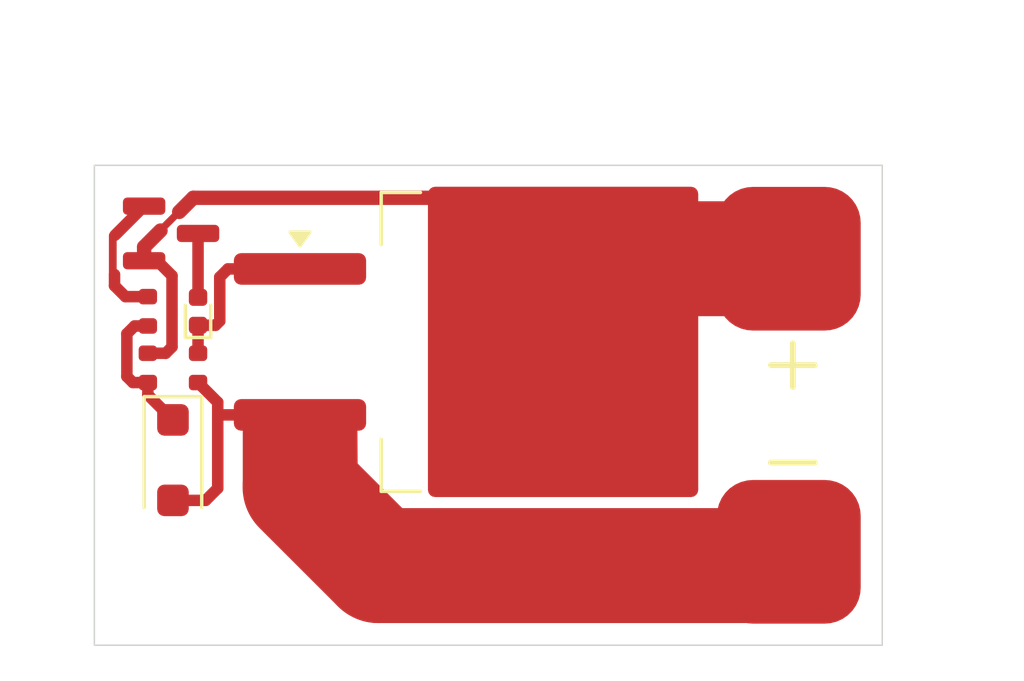
<source format=kicad_pcb>
(kicad_pcb (version 20241229) (generator "pcbnew") (generator_version "9.0")
  (layers (0 "F.Cu" signal) (2 "B.Cu" signal) (13 "F.Paste" user) (15 "B.Paste" user) (5 "F.SilkS" user "F.Silkscreen") (7 "B.SilkS" user "B.Silkscreen") (1 "F.Mask" user) (3 "B.Mask" user) (25 "Edge.Cuts" user))
  (net 0 "")
  (net 1 "Net-(D1-A)")
  (net 2 "Net-(D1-K)")
  (net 3 "Net-(D2-K)")
  (net 4 "Net-(D2-A)")
  (net 5 "Net-(Q1-B)")
  (net 6 "Net-(Q1-E)")
  (footprint "AART11:SolderWirePad_1x01_SMD_5mmx5mm" (layer "F.Cu") (at 149.89 79.1)
    (property "Reference" "TP1")
    (property "Value" "pos")
    (pad "1" smd roundrect (at 0 0) (size 5 5) (layers "F.Cu" "F.Mask" "F.Paste") (net 6 "Net-(Q1-E)"))
  )
  (footprint "AART11:SOT-23.kicad_NoSilkScreen_mod" (layer "F.Cu") (at 128.4075 78.22)
    (property "Reference" "Q1")
    (property "Value" "SS8550")
    (pad "1" smd roundrect (at -0.9375 -0.95) (size 1.475 0.6) (layers "F.Cu" "F.Mask" "F.Paste") (net 5 "Net-(Q1-B)"))
    (pad "2" smd roundrect (at -0.9375 0.95) (size 1.475 0.6) (layers "F.Cu" "F.Mask" "F.Paste") (net 6 "Net-(Q1-E)"))
    (pad "3" smd roundrect (at 0.9375 0) (size 1.475 0.6) (layers "F.Cu" "F.Mask" "F.Paste") (net 1 "Net-(D1-A)"))
  )
  (footprint "AART11:TO-263-2.kicad_ReducedSilkscreen_mod" (layer "F.Cu") (at 140.54 81.995)
    (property "Reference" "Q2")
    (property "Value" "PSMN1R5-30BLE")
    (fp_line (start -4.825 -5.2) (end -4.825 -3.39) (stroke (width 0.12)) (layer "F.SilkS"))
    (fp_line (start -4.825 5.2) (end -4.825 3.39) (stroke (width 0.12)) (layer "F.SilkS"))
    (fp_line (start -3.46 -5.2) (end -4.825 -5.2) (stroke (width 0.12)) (layer "F.SilkS"))
    (fp_line (start -3.46 5.2) (end -4.825 5.2) (stroke (width 0.12)) (layer "F.SilkS"))
    (fp_poly (pts (xy -7.65 -3.35) (xy -7.99 -3.82) (xy -7.31 -3.82)) (stroke (width 0.12)) (fill yes) (layer "F.SilkS"))
    (pad "1" smd roundrect (at -7.65 -2.54) (size 4.6 1.1) (layers "F.Cu" "F.Mask" "F.Paste") (roundrect_rratio 0.227273) (net 2 "Net-(D1-K)"))
    (pad "2" smd roundrect (at 1.5 0) (size 9.4 10.8) (layers "F.Cu" "F.Mask") (roundrect_rratio 0.026596) (net 6 "Net-(Q1-E)"))
    (pad "3" smd roundrect (at -7.65 2.54) (size 4.6 1.1) (layers "F.Cu" "F.Mask" "F.Paste") (roundrect_rratio 0.227273) (net 4 "Net-(D2-A)"))
  )
  (footprint "AART11:SolderWirePad_1x01_SMD_5mmx5mm" (layer "F.Cu") (at 149.89 89.3)
    (property "Reference" "TP2")
    (property "Value" "neg")
    (pad "1" smd roundrect (at 0 0) (size 5 5) (layers "F.Cu" "F.Mask" "F.Paste") (net 4 "Net-(D2-A)"))
  )
  (footprint "AART11:R_0402_1005Metric_NoSilkScreen" (layer "F.Cu") (at 127.6 82.9 -90)
    (property "Reference" "R1")
    (property "Value" "1k5")
    (pad "1" smd roundrect (at -0.51 0 270) (size 0.54 0.64) (layers "F.Cu" "F.Mask" "F.Paste") (net 6 "Net-(Q1-E)"))
    (pad "2" smd roundrect (at 0.51 0 270) (size 0.54 0.64) (layers "F.Cu" "F.Mask" "F.Paste") (net 3 "Net-(D2-K)"))
  )
  (footprint "MountingHole:ToolingHole_1.152mm" (layer "F.Cu") (at 151.94 84.2)
    (property "Reference" "H2" (hide yes))
    (property "Value" "ToolingHole")
    (pad "" np_thru_hole circle (at 0 0) (size 1.152 1.152) (drill 1.152) (layers "*.Cu" "*.Mask"))
    (zone (net 0) (net_name "") (layers "F.Cu" "B.Cu") (connect_pads (clearance 0)) (min_thickness 0.25)
      (keepout (tracks not_allowed) (vias allowed) (pads allowed) (copperpour not_allowed) (footprints not_allowed))
      (fill (thermal_gap 0.5) (thermal_bridge_width 0.5))
      (polygon (pts (xy 152.64 84.2) (xy 152.619659 84.032479) (xy 152.559819 83.874694) (xy 152.463958 83.735814) (xy 152.337645 83.623911) (xy 152.188223 83.545489) (xy 152.024376 83.505104) (xy 151.855624 83.505104) (xy 151.691777 83.545489) (xy 151.542355 83.623911) (xy 151.416042 83.735814) (xy 151.320181 83.874694) (xy 151.260341 84.032479) (xy 151.24 84.2) (xy 151.260341 84.367521) (xy 151.320181 84.525306) (xy 151.416042 84.664186) (xy 151.542355 84.776089) (xy 151.691777 84.854511) (xy 151.855624 84.894896) (xy 152.024376 84.894896) (xy 152.188223 84.854511) (xy 152.337645 84.776089) (xy 152.463958 84.664186) (xy 152.559819 84.525306) (xy 152.619659 84.367521)))
    )
  )
  (footprint "Diode_SMD:D_SOD-123F" (layer "F.Cu") (at 128.473 86.11 -90)
    (property "Reference" "D2")
    (property "Value" "BZT52C12")
    (fp_line (start -2.21 1) (end 1.65 1) (stroke (width 0.12)) (layer "F.SilkS"))
    (fp_line (start -2.21 -1) (end -2.21 1) (stroke (width 0.12)) (layer "F.SilkS"))
    (fp_line (start -2.21 -1) (end 1.65 -1) (stroke (width 0.12)) (layer "F.SilkS"))
    (pad "1" smd roundrect (at -1.4 0 270) (size 1.1 1.1) (layers "F.Cu" "F.Mask" "F.Paste") (roundrect_rratio 0.2272727273) (net 3 "Net-(D2-K)"))
    (pad "2" smd roundrect (at 1.4 0 270) (size 1.1 1.1) (layers "F.Cu" "F.Mask" "F.Paste") (roundrect_rratio 0.2272727273) (net 4 "Net-(D2-A)"))
  )
  (footprint "AART11:R_0402_1005Metric_NoSilkScreen" (layer "F.Cu") (at 127.6 80.93 -90)
    (property "Reference" "R2")
    (property "Value" "220R")
    (pad "1" smd roundrect (at -0.51 0 270) (size 0.54 0.64) (layers "F.Cu" "F.Mask" "F.Paste") (net 5 "Net-(Q1-B)"))
    (pad "2" smd roundrect (at 0.51 0 270) (size 0.54 0.64) (layers "F.Cu" "F.Mask" "F.Paste") (net 3 "Net-(D2-K)"))
  )
  (footprint "MountingHole:ToolingHole_1.152mm" (layer "F.Cu") (at 126.94 91.35)
    (property "Reference" "H1" (hide yes))
    (property "Value" "ToolingHole")
    (pad "" np_thru_hole circle (at 0 0) (size 1.152 1.152) (drill 1.152) (layers "*.Cu" "*.Mask"))
    (zone (net 0) (net_name "") (layers "F.Cu" "B.Cu") (connect_pads (clearance 0)) (min_thickness 0.25)
      (keepout (tracks not_allowed) (vias allowed) (pads allowed) (copperpour not_allowed) (footprints not_allowed))
      (fill (thermal_gap 0.5) (thermal_bridge_width 0.5))
      (polygon (pts (xy 127.64 91.35) (xy 127.619659 91.182479) (xy 127.559819 91.024694) (xy 127.463958 90.885814) (xy 127.337645 90.773911) (xy 127.188223 90.695489) (xy 127.024376 90.655104) (xy 126.855624 90.655104) (xy 126.691777 90.695489) (xy 126.542355 90.773911) (xy 126.416042 90.885814) (xy 126.320181 91.024694) (xy 126.260341 91.182479) (xy 126.24 91.35) (xy 126.260341 91.517521) (xy 126.320181 91.675306) (xy 126.416042 91.814186) (xy 126.542355 91.926089) (xy 126.691777 92.004511) (xy 126.855624 92.044896) (xy 127.024376 92.044896) (xy 127.188223 92.004511) (xy 127.337645 91.926089) (xy 127.463958 91.814186) (xy 127.559819 91.675306) (xy 127.619659 91.517521)))
    )
  )
  (footprint "AART11:LED_0402_1005Metric_ReducedSilkScreen" (layer "F.Cu") (at 129.345 80.93 90)
    (property "Reference" "D1")
    (property "Value" "SZYY0402R")
    (fp_line (start -0.91 -0.44) (end 0.21 -0.44) (stroke (width 0.12)) (layer "F.SilkS"))
    (fp_line (start -0.91 -0.44) (end -0.91 0.44) (stroke (width 0.12)) (layer "F.SilkS"))
    (fp_line (start -0.91 0.44) (end 0.21 0.44) (stroke (width 0.12)) (layer "F.SilkS"))
    (pad "1" smd roundrect (at -0.485 0 90) (size 0.59 0.64) (layers "F.Cu" "F.Mask" "F.Paste") (net 2 "Net-(D1-K)"))
    (pad "2" smd roundrect (at 0.485 0 90) (size 0.59 0.64) (layers "F.Cu" "F.Mask" "F.Paste") (net 1 "Net-(D1-A)"))
  )
  (footprint "AART11:R_0402_1005Metric_NoSilkScreen" (layer "F.Cu") (at 129.345 82.9 -90)
    (property "Reference" "R3")
    (property "Value" "1k0")
    (pad "1" smd roundrect (at -0.51 0 270) (size 0.54 0.64) (layers "F.Cu" "F.Mask" "F.Paste") (net 2 "Net-(D1-K)"))
    (pad "2" smd roundrect (at 0.51 0 270) (size 0.54 0.64) (layers "F.Cu" "F.Mask" "F.Paste") (net 4 "Net-(D2-A)"))
  )
  (gr_line (start 125.74 92.55) (end 153.14 92.55) (stroke (width 0.05)) (layer "Edge.Cuts"))
  (gr_line (start 125.74 75.85) (end 125.74 92.55) (stroke (width 0.05)) (layer "Edge.Cuts"))
  (gr_line (start 125.74 75.85) (end 153.14 75.85) (stroke (width 0.05)) (layer "Edge.Cuts"))
  (gr_line (start 153.14 75.85) (end 153.14 92.55) (stroke (width 0.05)) (layer "Edge.Cuts"))
  (gr_text "-" (at 148.66 87.21 0) (layer "F.SilkS") (effects (font (size 2 2) (thickness 0.2)) (justify left bottom)))
  (gr_text "+" (at 148.66 83.82 0) (layer "F.SilkS") (effects (font (size 2 2) (thickness 0.2)) (justify left bottom)))
  (segment (start 129.34 80.426433) (end 129.34 80.455) (width 0.4) (layer "F.Cu") (net 1))
  (segment (start 129.345 78.22) (end 129.345 80.421433) (width 0.4) (layer "F.Cu") (net 1))
  (segment (start 129.345 80.421433) (end 129.34 80.426433) (width 0.4) (layer "F.Cu") (net 1))
  (segment (start 129.345 81.415) (end 129.955 81.415) (width 0.4) (layer "F.Cu") (net 2))
  (segment (start 130.1 81.27) (end 130.1 79.74) (width 0.4) (layer "F.Cu") (net 2))
  (segment (start 129.955 81.415) (end 130.1 81.27) (width 0.4) (layer "F.Cu") (net 2))
  (segment (start 130.385 79.455) (end 132.89 79.455) (width 0.4) (layer "F.Cu") (net 2))
  (segment (start 130.1 79.74) (end 130.385 79.455) (width 0.4) (layer "F.Cu") (net 2))
  (segment (start 129.345 82.39) (end 129.345 81.415) (width 0.4) (layer "F.Cu") (net 2))
  (segment (start 127.6 83.41) (end 127.6 83.837) (width 0.4) (layer "F.Cu") (net 3))
  (segment (start 126.87 81.71) (end 126.87 83.2) (width 0.4) (layer "F.Cu") (net 3))
  (segment (start 127.08 83.41) (end 127.6 83.41) (width 0.4) (layer "F.Cu") (net 3))
  (segment (start 126.87 83.2) (end 127.08 83.41) (width 0.4) (layer "F.Cu") (net 3))
  (segment (start 127.6 81.44) (end 127.14 81.44) (width 0.4) (layer "F.Cu") (net 3))
  (segment (start 127.14 81.44) (end 126.87 81.71) (width 0.4) (layer "F.Cu") (net 3))
  (segment (start 127.6 83.837) (end 128.473 84.71) (width 0.4) (layer "F.Cu") (net 3))
  (segment (start 130.055 84.535) (end 130.03 84.56) (width 0.4) (layer "F.Cu") (net 4))
  (segment (start 132.89 84.535) (end 130.055 84.535) (width 0.4) (layer "F.Cu") (net 4))
  (segment (start 130.03 87.09) (end 130.03 84.56) (width 0.4) (layer "F.Cu") (net 4))
  (segment (start 135.62 89.78) (end 148.38 89.78) (width 4) (layer "F.Cu") (net 4))
  (segment (start 130.03 84.56) (end 130.03 84.095) (width 0.4) (layer "F.Cu") (net 4))
  (segment (start 129.61 87.51) (end 130.03 87.09) (width 0.4) (layer "F.Cu") (net 4))
  (segment (start 132.895 87.055) (end 135.62 89.78) (width 4) (layer "F.Cu") (net 4))
  (segment (start 128.473 87.51) (end 129.61 87.51) (width 0.4) (layer "F.Cu") (net 4))
  (segment (start 130.03 84.095) (end 129.345 83.41) (width 0.4) (layer "F.Cu") (net 4))
  (segment (start 126.82 80.42) (end 126.441 80.041) (width 0.4) (layer "F.Cu") (net 5))
  (segment (start 126.4315 78.2895) (end 126.441 78.28) (width 0.2) (layer "F.Cu") (net 5))
  (segment (start 127.6 80.42) (end 126.82 80.42) (width 0.4) (layer "F.Cu") (net 5))
  (segment (start 126.441 79.65) (end 126.4315 79.6405) (width 0.2) (layer "F.Cu") (net 5))
  (segment (start 127.47 77.27) (end 126.46 78.28) (width 0.4) (layer "F.Cu") (net 5))
  (segment (start 126.38 79.6405) (end 126.38 78.2895) (width 0.27) (layer "F.Cu") (net 5))
  (segment (start 126.441 80.041) (end 126.441 79.65) (width 0.4) (layer "F.Cu") (net 5))
  (segment (start 127.6 82.39) (end 128.22 82.39) (width 0.4) (layer "F.Cu") (net 6))
  (segment (start 128.68 77.47) (end 128.04 78.11) (width 0.25) (layer "F.Cu") (net 6))
  (segment (start 128.69 77.47) (end 128.68 77.47) (width 0.2) (layer "F.Cu") (net 6))
  (segment (start 145.365 78.68) (end 142.045 82) (width 0.2) (layer "F.Cu") (net 6))
  (segment (start 127.47 78.69) (end 128.04 78.12) (width 0.5) (layer "F.Cu") (net 6))
  (segment (start 129.18 76.98) (end 128.69 77.47) (width 0.5) (layer "F.Cu") (net 6))
  (segment (start 129.18 76.98) (end 137.68 76.98) (width 0.5) (layer "F.Cu") (net 6))
  (segment (start 127.47 79.17) (end 127.47 78.69) (width 0.5) (layer "F.Cu") (net 6))
  (segment (start 127.95 79.1) (end 127.4725 79.1) (width 0.2) (layer "F.Cu") (net 6))
  (segment (start 127.4725 78.84) (end 127.4825 78.83) (width 0.2) (layer "F.Cu") (net 6))
  (segment (start 142.045 81.345) (end 142.045 82) (width 0.2) (layer "F.Cu") (net 6))
  (segment (start 144.945 79.1) (end 142.045 82) (width 0.2) (layer "F.Cu") (net 6))
  (segment (start 128.44 82.17) (end 128.44 79.69) (width 0.4) (layer "F.Cu") (net 6))
  (segment (start 128.44 79.69) (end 127.92 79.17) (width 0.4) (layer "F.Cu") (net 6))
  (segment (start 127.92 79.17) (end 127.47 79.17) (width 0.4) (layer "F.Cu") (net 6))
  (segment (start 137.68 76.98) (end 142.045 81.345) (width 0.2) (layer "F.Cu") (net 6))
  (segment (start 128.22 82.39) (end 128.44 82.17) (width 0.4) (layer "F.Cu") (net 6))
  (segment (start 149.89 79.1) (end 144.945 79.1) (width 4) (layer "F.Cu") (net 6))
  (zone (net 4) (net_name "Net-(D2-A)") (layer "F.Cu") (connect_pads yes (clearance 0.5)) (min_thickness 0.25) (fill yes (thermal_gap 0.5) (thermal_bridge_width 0.5))
    (polygon (pts (xy 134.88 83.99) (xy 134.9 86.91) (xy 130.9 87.08) (xy 130.9 83.99) (xy 130.99 83.99)))
  )
)
</source>
